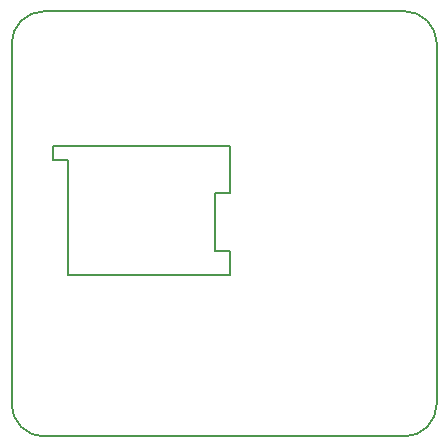
<source format=gm1>
G04 #@! TF.FileFunction,Profile,NP*
%FSLAX46Y46*%
G04 Gerber Fmt 4.6, Leading zero omitted, Abs format (unit mm)*
G04 Created by KiCad (PCBNEW 4.0.1-stable) date Tuesday, May 31, 2016 'PMt' 11:05:36 PM*
%MOMM*%
G01*
G04 APERTURE LIST*
%ADD10C,0.100000*%
%ADD11C,0.150000*%
G04 APERTURE END LIST*
D10*
D11*
X133500000Y-102600000D02*
X134750000Y-102600000D01*
X133500000Y-101400000D02*
X133500000Y-102600000D01*
X148500000Y-101400000D02*
X148500000Y-105400000D01*
X147250000Y-105400000D02*
X148500000Y-105400000D01*
X147250000Y-105400000D02*
X147250000Y-110300000D01*
X147250000Y-110300000D02*
X148500000Y-110300000D01*
X148500000Y-110300000D02*
X148500000Y-112300000D01*
X134750000Y-112300000D02*
X148500000Y-112300000D01*
X134750000Y-102600000D02*
X134750000Y-112300000D01*
X133500000Y-101400000D02*
X148500000Y-101400000D01*
X130000000Y-123250000D02*
G75*
G03X132750000Y-126000000I2750000J0D01*
G01*
X163250000Y-126000000D02*
G75*
G03X166000000Y-123250000I0J2750000D01*
G01*
X166000000Y-92750000D02*
G75*
G03X163250000Y-90000000I-2750000J0D01*
G01*
X132750000Y-90000000D02*
G75*
G03X130000000Y-92750000I0J-2750000D01*
G01*
X132750000Y-126000000D02*
X163250000Y-126000000D01*
X130000000Y-92750000D02*
X130000000Y-123250000D01*
X166000000Y-92750000D02*
X166000000Y-123250000D01*
X132750000Y-90000000D02*
X163250000Y-90000000D01*
M02*

</source>
